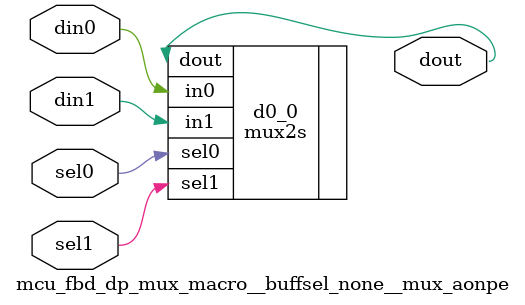
<source format=v>
module mcu_fbd_dp (
  fbd_data, 
  fbd_elect_idle, 
  fbd_frame_lock, 
  fbd_testfail, 
  fsr_data, 
  fsr_stsrx_losdtct, 
  fsr_stsrx_sync, 
  fsr_stsrx_testfail, 
  fsr_rxbclk, 
  fdout_frame_lock, 
  fbdic_enable_sync_count, 
  fdout_rptr0, 
  fdout_rptr1, 
  fdout_rptr2, 
  fdout_rptr3, 
  fdout_rptr4, 
  fdout_rptr5, 
  fdout_rptr6, 
  fdout_rptr7, 
  fdout_rptr8, 
  fdout_rptr9, 
  fdout_rptr10, 
  fdout_rptr11, 
  fdout_rptr12, 
  fdout_rptr13, 
  drl2clk, 
  tcu_pce_ov, 
  tcu_aclk, 
  tcu_bclk, 
  tcu_scan_en, 
  scan_in, 
  scan_out, 
  tcu_mcu_fbd_clk_stop, 
  tcu_mcu_testmode, 
  tcu_atpg_mode);
wire rdbuf0_scanin;
wire rdbuf0_scanout;
wire rdbuf1_scanin;
wire rdbuf1_scanout;
wire rdbuf2_scanin;
wire rdbuf2_scanout;
wire rdbuf3_scanin;
wire rdbuf3_scanout;
wire rdbuf4_scanin;
wire rdbuf4_scanout;
wire rdbuf5_scanin;
wire rdbuf5_scanout;
wire rdbuf6_scanin;
wire rdbuf6_scanout;
wire rdbuf7_scanin;
wire rdbuf7_scanout;
wire rdbuf8_scanin;
wire rdbuf8_scanout;
wire rdbuf9_scanin;
wire rdbuf9_scanout;
wire rdbuf10_scanin;
wire rdbuf10_scanout;
wire rdbuf11_scanin;
wire rdbuf11_scanout;
wire rdbuf12_scanin;
wire rdbuf12_scanout;
wire rdbuf13_scanin;
wire rdbuf13_scanout;


output [167:0]	fbd_data;
output [13:0]	fbd_elect_idle;
output [13:0]	fbd_frame_lock;
output [13:0]	fbd_testfail;

input [167:0]	fsr_data;
input [13:0]	fsr_stsrx_losdtct;
input [13:0]	fsr_stsrx_sync;
input [13:0]	fsr_stsrx_testfail;
input [13:0]	fsr_rxbclk;
input [13:0]	fdout_frame_lock;

input		fbdic_enable_sync_count;

input	[1:0]	fdout_rptr0;
input	[1:0]	fdout_rptr1;
input	[1:0]	fdout_rptr2;
input	[1:0]	fdout_rptr3;
input	[1:0]	fdout_rptr4;
input	[1:0]	fdout_rptr5;
input	[1:0]	fdout_rptr6;
input	[1:0]	fdout_rptr7;
input	[1:0]	fdout_rptr8;
input	[1:0]	fdout_rptr9;
input	[1:0]	fdout_rptr10;
input	[1:0]	fdout_rptr11;
input	[1:0]	fdout_rptr12;
input	[1:0]	fdout_rptr13;

input		drl2clk;
input		tcu_pce_ov;
input           tcu_aclk;
input           tcu_bclk;
input		tcu_scan_en;
input 		scan_in;
output		scan_out;

input		tcu_mcu_fbd_clk_stop;
input		tcu_mcu_testmode;
input		tcu_atpg_mode;

// Northbound SERDES

mcu_frdbuf_dp frdbuf0 (
	.scan_in(rdbuf0_scanin),
	.scan_out(rdbuf0_scanout),
	.drl2clk(drl2clk),
	.rxbclk(fsr_rxbclk[0]),
	.fsr_data(fsr_data[11:0]),
 	.fsr_stsrx_sync(fsr_stsrx_sync[0]),
	.fsr_stsrx_losdtct(fsr_stsrx_losdtct[0]),
	.fsr_stsrx_testfail(fsr_stsrx_testfail[0]),
	.frdbuf_testfail_sync(fbd_testfail[0]),
 	.frdbuf_data(fbd_data[11:0]),
	.frdbuf_elect_idle_sync(fbd_elect_idle[0]),
	.frdbuf_frame_lock(fbd_frame_lock[0]),
	.fdout_frame_lock(fdout_frame_lock[0]),
	.fdout_rptr(fdout_rptr0[1:0]),
  .fbdic_enable_sync_count(fbdic_enable_sync_count),
  .tcu_pce_ov(tcu_pce_ov),
  .tcu_aclk(tcu_aclk),
  .tcu_bclk(tcu_bclk),
  .tcu_scan_en(tcu_scan_en),
  .tcu_mcu_fbd_clk_stop(tcu_mcu_fbd_clk_stop),
  .tcu_mcu_testmode(tcu_mcu_testmode),
  .tcu_atpg_mode(tcu_atpg_mode)
);

mcu_frdbuf_dp frdbuf1 (
	.scan_in(rdbuf1_scanin),
	.scan_out(rdbuf1_scanout),
	.drl2clk(drl2clk),
	.rxbclk(fsr_rxbclk[1]),
	.fsr_data(fsr_data[23:12]),
 	.fsr_stsrx_sync(fsr_stsrx_sync[1]),
	.fsr_stsrx_losdtct(fsr_stsrx_losdtct[1]),
	.fsr_stsrx_testfail(fsr_stsrx_testfail[1]),
	.frdbuf_testfail_sync(fbd_testfail[1]),
 	.frdbuf_data(fbd_data[23:12]),
	.frdbuf_elect_idle_sync(fbd_elect_idle[1]),
	.frdbuf_frame_lock(fbd_frame_lock[1]),
	.fdout_frame_lock(fdout_frame_lock[1]),
	.fdout_rptr(fdout_rptr1[1:0]),
  .fbdic_enable_sync_count(fbdic_enable_sync_count),
  .tcu_pce_ov(tcu_pce_ov),
  .tcu_aclk(tcu_aclk),
  .tcu_bclk(tcu_bclk),
  .tcu_scan_en(tcu_scan_en),
  .tcu_mcu_fbd_clk_stop(tcu_mcu_fbd_clk_stop),
  .tcu_mcu_testmode(tcu_mcu_testmode),
  .tcu_atpg_mode(tcu_atpg_mode)
);

mcu_frdbuf_dp frdbuf2 (
	.scan_in(rdbuf2_scanin),
	.scan_out(rdbuf2_scanout),
	.drl2clk(drl2clk),
	.rxbclk(fsr_rxbclk[2]),
	.fsr_data(fsr_data[35:24]),
 	.fsr_stsrx_sync(fsr_stsrx_sync[2]),
	.fsr_stsrx_losdtct(fsr_stsrx_losdtct[2]),
	.fsr_stsrx_testfail(fsr_stsrx_testfail[2]),
	.frdbuf_testfail_sync(fbd_testfail[2]),
 	.frdbuf_data(fbd_data[35:24]),
	.frdbuf_elect_idle_sync(fbd_elect_idle[2]),
	.frdbuf_frame_lock(fbd_frame_lock[2]),
	.fdout_frame_lock(fdout_frame_lock[2]),
	.fdout_rptr(fdout_rptr2[1:0]),
  .fbdic_enable_sync_count(fbdic_enable_sync_count),
  .tcu_pce_ov(tcu_pce_ov),
  .tcu_aclk(tcu_aclk),
  .tcu_bclk(tcu_bclk),
  .tcu_scan_en(tcu_scan_en),
  .tcu_mcu_fbd_clk_stop(tcu_mcu_fbd_clk_stop),
  .tcu_mcu_testmode(tcu_mcu_testmode),
  .tcu_atpg_mode(tcu_atpg_mode)
);

mcu_frdbuf_dp frdbuf3 (
	.scan_in(rdbuf3_scanin),
	.scan_out(rdbuf3_scanout),
	.drl2clk(drl2clk),
	.rxbclk(fsr_rxbclk[3]),
	.fsr_data(fsr_data[47:36]),
 	.fsr_stsrx_sync(fsr_stsrx_sync[3]),
	.fsr_stsrx_losdtct(fsr_stsrx_losdtct[3]),
	.fsr_stsrx_testfail(fsr_stsrx_testfail[3]),
	.frdbuf_testfail_sync(fbd_testfail[3]),
 	.frdbuf_data(fbd_data[47:36]),
	.frdbuf_elect_idle_sync(fbd_elect_idle[3]),
	.frdbuf_frame_lock(fbd_frame_lock[3]),
	.fdout_frame_lock(fdout_frame_lock[3]),
	.fdout_rptr(fdout_rptr3[1:0]),
  .fbdic_enable_sync_count(fbdic_enable_sync_count),
  .tcu_pce_ov(tcu_pce_ov),
  .tcu_aclk(tcu_aclk),
  .tcu_bclk(tcu_bclk),
  .tcu_scan_en(tcu_scan_en),
  .tcu_mcu_fbd_clk_stop(tcu_mcu_fbd_clk_stop),
  .tcu_mcu_testmode(tcu_mcu_testmode),
  .tcu_atpg_mode(tcu_atpg_mode)
);

mcu_frdbuf_dp frdbuf4 (
	.scan_in(rdbuf4_scanin),
	.scan_out(rdbuf4_scanout),
	.drl2clk(drl2clk),
	.rxbclk(fsr_rxbclk[4]),
	.fsr_data(fsr_data[59:48]),
 	.fsr_stsrx_sync(fsr_stsrx_sync[4]),
	.fsr_stsrx_losdtct(fsr_stsrx_losdtct[4]),
	.fsr_stsrx_testfail(fsr_stsrx_testfail[4]),
	.frdbuf_testfail_sync(fbd_testfail[4]),
 	.frdbuf_data(fbd_data[59:48]),
	.frdbuf_elect_idle_sync(fbd_elect_idle[4]),
	.frdbuf_frame_lock(fbd_frame_lock[4]),
	.fdout_frame_lock(fdout_frame_lock[4]),
	.fdout_rptr(fdout_rptr4[1:0]),
  .fbdic_enable_sync_count(fbdic_enable_sync_count),
  .tcu_pce_ov(tcu_pce_ov),
  .tcu_aclk(tcu_aclk),
  .tcu_bclk(tcu_bclk),
  .tcu_scan_en(tcu_scan_en),
  .tcu_mcu_fbd_clk_stop(tcu_mcu_fbd_clk_stop),
  .tcu_mcu_testmode(tcu_mcu_testmode),
  .tcu_atpg_mode(tcu_atpg_mode)
);

mcu_frdbuf_dp frdbuf5 (
	.scan_in(rdbuf5_scanin),
	.scan_out(rdbuf5_scanout),
	.drl2clk(drl2clk),
	.rxbclk(fsr_rxbclk[5]),
	.fsr_data(fsr_data[71:60]),
 	.fsr_stsrx_sync(fsr_stsrx_sync[5]),
	.fsr_stsrx_losdtct(fsr_stsrx_losdtct[5]),
	.fsr_stsrx_testfail(fsr_stsrx_testfail[5]),
	.frdbuf_testfail_sync(fbd_testfail[5]),
 	.frdbuf_data(fbd_data[71:60]),
	.frdbuf_elect_idle_sync(fbd_elect_idle[5]),
	.frdbuf_frame_lock(fbd_frame_lock[5]),
	.fdout_frame_lock(fdout_frame_lock[5]),
	.fdout_rptr(fdout_rptr5[1:0]),
  .fbdic_enable_sync_count(fbdic_enable_sync_count),
  .tcu_pce_ov(tcu_pce_ov),
  .tcu_aclk(tcu_aclk),
  .tcu_bclk(tcu_bclk),
  .tcu_scan_en(tcu_scan_en),
  .tcu_mcu_fbd_clk_stop(tcu_mcu_fbd_clk_stop),
  .tcu_mcu_testmode(tcu_mcu_testmode),
  .tcu_atpg_mode(tcu_atpg_mode)
);

mcu_frdbuf_dp frdbuf6 (
	.scan_in(rdbuf6_scanin),
	.scan_out(rdbuf6_scanout),
	.drl2clk(drl2clk),
	.rxbclk(fsr_rxbclk[6]),
	.fsr_data(fsr_data[83:72]),
 	.fsr_stsrx_sync(fsr_stsrx_sync[6]),
	.fsr_stsrx_losdtct(fsr_stsrx_losdtct[6]),
	.fsr_stsrx_testfail(fsr_stsrx_testfail[6]),
	.frdbuf_testfail_sync(fbd_testfail[6]),
 	.frdbuf_data(fbd_data[83:72]),
	.frdbuf_elect_idle_sync(fbd_elect_idle[6]),
	.frdbuf_frame_lock(fbd_frame_lock[6]),
	.fdout_frame_lock(fdout_frame_lock[6]),
	.fdout_rptr(fdout_rptr6[1:0]),
  .fbdic_enable_sync_count(fbdic_enable_sync_count),
  .tcu_pce_ov(tcu_pce_ov),
  .tcu_aclk(tcu_aclk),
  .tcu_bclk(tcu_bclk),
  .tcu_scan_en(tcu_scan_en),
  .tcu_mcu_fbd_clk_stop(tcu_mcu_fbd_clk_stop),
  .tcu_mcu_testmode(tcu_mcu_testmode),
  .tcu_atpg_mode(tcu_atpg_mode)
);

mcu_frdbuf_dp frdbuf7 (
	.scan_in(rdbuf7_scanin),
	.scan_out(rdbuf7_scanout),
	.drl2clk(drl2clk),
	.rxbclk(fsr_rxbclk[7]),
	.fsr_data(fsr_data[95:84]),
 	.fsr_stsrx_sync(fsr_stsrx_sync[7]),
	.fsr_stsrx_losdtct(fsr_stsrx_losdtct[7]),
 	.fsr_stsrx_testfail(fsr_stsrx_testfail[7]),
	.frdbuf_testfail_sync(fbd_testfail[7]),
	.frdbuf_data(fbd_data[95:84]),
	.frdbuf_elect_idle_sync(fbd_elect_idle[7]),
	.frdbuf_frame_lock(fbd_frame_lock[7]),
	.fdout_frame_lock(fdout_frame_lock[7]),
	.fdout_rptr(fdout_rptr7[1:0]),
  .fbdic_enable_sync_count(fbdic_enable_sync_count),
  .tcu_pce_ov(tcu_pce_ov),
  .tcu_aclk(tcu_aclk),
  .tcu_bclk(tcu_bclk),
  .tcu_scan_en(tcu_scan_en),
  .tcu_mcu_fbd_clk_stop(tcu_mcu_fbd_clk_stop),
  .tcu_mcu_testmode(tcu_mcu_testmode),
  .tcu_atpg_mode(tcu_atpg_mode)
);

mcu_frdbuf_dp frdbuf8 (
	.scan_in(rdbuf8_scanin),
	.scan_out(rdbuf8_scanout),
	.drl2clk(drl2clk),
	.rxbclk(fsr_rxbclk[8]),
	.fsr_data(fsr_data[107:96]),
 	.fsr_stsrx_sync(fsr_stsrx_sync[8]),
	.fsr_stsrx_losdtct(fsr_stsrx_losdtct[8]),
	.fsr_stsrx_testfail(fsr_stsrx_testfail[8]),
	.frdbuf_testfail_sync(fbd_testfail[8]),
 	.frdbuf_data(fbd_data[107:96]),
	.frdbuf_elect_idle_sync(fbd_elect_idle[8]),
	.frdbuf_frame_lock(fbd_frame_lock[8]),
	.fdout_frame_lock(fdout_frame_lock[8]),
	.fdout_rptr(fdout_rptr8[1:0]),
  .fbdic_enable_sync_count(fbdic_enable_sync_count),
  .tcu_pce_ov(tcu_pce_ov),
  .tcu_aclk(tcu_aclk),
  .tcu_bclk(tcu_bclk),
  .tcu_scan_en(tcu_scan_en),
  .tcu_mcu_fbd_clk_stop(tcu_mcu_fbd_clk_stop),
  .tcu_mcu_testmode(tcu_mcu_testmode),
  .tcu_atpg_mode(tcu_atpg_mode)
);

mcu_frdbuf_dp frdbuf9 (
	.scan_in(rdbuf9_scanin),
	.scan_out(rdbuf9_scanout),
	.drl2clk(drl2clk),
	.rxbclk(fsr_rxbclk[9]),
	.fsr_data(fsr_data[119:108]),
 	.fsr_stsrx_sync(fsr_stsrx_sync[9]),
	.fsr_stsrx_losdtct(fsr_stsrx_losdtct[9]),
	.fsr_stsrx_testfail(fsr_stsrx_testfail[9]),
	.frdbuf_testfail_sync(fbd_testfail[9]),
 	.frdbuf_data(fbd_data[119:108]),
	.frdbuf_elect_idle_sync(fbd_elect_idle[9]),
	.frdbuf_frame_lock(fbd_frame_lock[9]),
	.fdout_frame_lock(fdout_frame_lock[9]),
	.fdout_rptr(fdout_rptr9[1:0]),
  .fbdic_enable_sync_count(fbdic_enable_sync_count),
  .tcu_pce_ov(tcu_pce_ov),
  .tcu_aclk(tcu_aclk),
  .tcu_bclk(tcu_bclk),
  .tcu_scan_en(tcu_scan_en),
  .tcu_mcu_fbd_clk_stop(tcu_mcu_fbd_clk_stop),
  .tcu_mcu_testmode(tcu_mcu_testmode),
  .tcu_atpg_mode(tcu_atpg_mode)
);

mcu_frdbuf_dp frdbuf10 (
	.scan_in(rdbuf10_scanin),
	.scan_out(rdbuf10_scanout),
	.drl2clk(drl2clk),
	.rxbclk(fsr_rxbclk[10]),
	.fsr_data(fsr_data[131:120]),
 	.fsr_stsrx_sync(fsr_stsrx_sync[10]),
	.fsr_stsrx_losdtct(fsr_stsrx_losdtct[10]),
	.fsr_stsrx_testfail(fsr_stsrx_testfail[10]),
	.frdbuf_testfail_sync(fbd_testfail[10]),
 	.frdbuf_data(fbd_data[131:120]),
	.frdbuf_elect_idle_sync(fbd_elect_idle[10]),
	.frdbuf_frame_lock(fbd_frame_lock[10]),
	.fdout_frame_lock(fdout_frame_lock[10]),
	.fdout_rptr(fdout_rptr10[1:0]),
  .fbdic_enable_sync_count(fbdic_enable_sync_count),
  .tcu_pce_ov(tcu_pce_ov),
  .tcu_aclk(tcu_aclk),
  .tcu_bclk(tcu_bclk),
  .tcu_scan_en(tcu_scan_en),
  .tcu_mcu_fbd_clk_stop(tcu_mcu_fbd_clk_stop),
  .tcu_mcu_testmode(tcu_mcu_testmode),
  .tcu_atpg_mode(tcu_atpg_mode)
);

mcu_frdbuf_dp frdbuf11 (
	.scan_in(rdbuf11_scanin),
	.scan_out(rdbuf11_scanout),
	.drl2clk(drl2clk),
	.rxbclk(fsr_rxbclk[11]),
	.fsr_data(fsr_data[143:132]),
 	.fsr_stsrx_sync(fsr_stsrx_sync[11]),
	.fsr_stsrx_losdtct(fsr_stsrx_losdtct[11]),
	.fsr_stsrx_testfail(fsr_stsrx_testfail[11]),
	.frdbuf_testfail_sync(fbd_testfail[11]),
 	.frdbuf_data(fbd_data[143:132]),
	.frdbuf_elect_idle_sync(fbd_elect_idle[11]),
	.frdbuf_frame_lock(fbd_frame_lock[11]),
	.fdout_frame_lock(fdout_frame_lock[11]),
	.fdout_rptr(fdout_rptr11[1:0]),
  .fbdic_enable_sync_count(fbdic_enable_sync_count),
  .tcu_pce_ov(tcu_pce_ov),
  .tcu_aclk(tcu_aclk),
  .tcu_bclk(tcu_bclk),
  .tcu_scan_en(tcu_scan_en),
  .tcu_mcu_fbd_clk_stop(tcu_mcu_fbd_clk_stop),
  .tcu_mcu_testmode(tcu_mcu_testmode),
  .tcu_atpg_mode(tcu_atpg_mode)
);

mcu_frdbuf_dp frdbuf12 (
	.scan_in(rdbuf12_scanin),
	.scan_out(rdbuf12_scanout),
	.drl2clk(drl2clk),
	.rxbclk(fsr_rxbclk[12]),
	.fsr_data(fsr_data[155:144]),
 	.fsr_stsrx_sync(fsr_stsrx_sync[12]),
	.fsr_stsrx_losdtct(fsr_stsrx_losdtct[12]),
	.fsr_stsrx_testfail(fsr_stsrx_testfail[12]),
	.frdbuf_testfail_sync(fbd_testfail[12]),
 	.frdbuf_data(fbd_data[155:144]),
	.frdbuf_elect_idle_sync(fbd_elect_idle[12]),
	.frdbuf_frame_lock(fbd_frame_lock[12]),
	.fdout_frame_lock(fdout_frame_lock[12]),
	.fdout_rptr(fdout_rptr12[1:0]),
  .fbdic_enable_sync_count(fbdic_enable_sync_count),
  .tcu_pce_ov(tcu_pce_ov),
  .tcu_aclk(tcu_aclk),
  .tcu_bclk(tcu_bclk),
  .tcu_scan_en(tcu_scan_en),
  .tcu_mcu_fbd_clk_stop(tcu_mcu_fbd_clk_stop),
  .tcu_mcu_testmode(tcu_mcu_testmode),
  .tcu_atpg_mode(tcu_atpg_mode)
);

mcu_frdbuf_dp frdbuf13 (
	.scan_in(rdbuf13_scanin),
	.scan_out(rdbuf13_scanout),
	.drl2clk(drl2clk),
	.rxbclk(fsr_rxbclk[13]),
	.fsr_data(fsr_data[167:156]),
 	.fsr_stsrx_sync(fsr_stsrx_sync[13]),
	.fsr_stsrx_losdtct(fsr_stsrx_losdtct[13]),
	.fsr_stsrx_testfail(fsr_stsrx_testfail[13]),
	.frdbuf_testfail_sync(fbd_testfail[13]),
 	.frdbuf_data(fbd_data[167:156]),
	.frdbuf_elect_idle_sync(fbd_elect_idle[13]),
	.frdbuf_frame_lock(fbd_frame_lock[13]),
	.fdout_frame_lock(fdout_frame_lock[13]),
	.fdout_rptr(fdout_rptr13[1:0]),
  .fbdic_enable_sync_count(fbdic_enable_sync_count),
  .tcu_pce_ov(tcu_pce_ov),
  .tcu_aclk(tcu_aclk),
  .tcu_bclk(tcu_bclk),
  .tcu_scan_en(tcu_scan_en),
  .tcu_mcu_fbd_clk_stop(tcu_mcu_fbd_clk_stop),
  .tcu_mcu_testmode(tcu_mcu_testmode),
  .tcu_atpg_mode(tcu_atpg_mode)
);

// fixscan start:
assign rdbuf0_scanin             = scan_in                  ;
assign rdbuf1_scanin             = rdbuf0_scanout           ;
assign rdbuf2_scanin             = rdbuf1_scanout           ;
assign rdbuf3_scanin             = rdbuf2_scanout           ;
assign rdbuf4_scanin             = rdbuf3_scanout           ;
assign rdbuf5_scanin             = rdbuf4_scanout           ;
assign rdbuf6_scanin             = rdbuf5_scanout           ;
assign rdbuf7_scanin             = rdbuf6_scanout           ;
assign rdbuf8_scanin             = rdbuf7_scanout           ;
assign rdbuf9_scanin             = rdbuf8_scanout           ;
assign rdbuf10_scanin            = rdbuf9_scanout           ;
assign rdbuf11_scanin            = rdbuf10_scanout          ;
assign rdbuf12_scanin            = rdbuf11_scanout          ;
assign rdbuf13_scanin            = rdbuf12_scanout          ;
assign scan_out                  = rdbuf13_scanout          ;
// fixscan end:
endmodule


//  
//   and macro for ports = 2,3,4
//
//





module mcu_fbd_dp_and_macro (
  din0, 
  din1, 
  dout);
  input [0:0] din0;
  input [0:0] din1;
  output [0:0] dout;






and2 #(1)  d0_0 (
.in0(din0[0:0]),
.in1(din1[0:0]),
.out(dout[0:0])
);









endmodule









// any PARAMS parms go into naming of macro

module mcu_fbd_dp_msff_macro__stack_11r__width_4 (
  din, 
  clk, 
  en, 
  se, 
  scan_in, 
  siclk, 
  soclk, 
  pce_ov, 
  stop, 
  dout, 
  scan_out);
wire l1clk;
wire siclk_out;
wire soclk_out;
wire [2:0] so;

  input [3:0] din;


  input clk;
  input en;
  input se;
  input scan_in;
  input siclk;
  input soclk;
  input pce_ov;
  input stop;



  output [3:0] dout;


  output scan_out;




cl_dp1_l1hdr_8x c0_0 (
.l2clk(clk),
.pce(en),
.aclk(siclk),
.bclk(soclk),
.l1clk(l1clk),
  .se(se),
  .pce_ov(pce_ov),
  .stop(stop),
  .siclk_out(siclk_out),
  .soclk_out(soclk_out)
);
dff #(4)  d0_0 (
.l1clk(l1clk),
.siclk(siclk_out),
.soclk(soclk_out),
.d(din[3:0]),
.si({scan_in,so[2:0]}),
.so({so[2:0],scan_out}),
.q(dout[3:0])
);




















endmodule









//
//   invert macro
//
//





module mcu_fbd_dp_inv_macro (
  din, 
  dout);
  input [0:0] din;
  output [0:0] dout;






inv #(1)  d0_0 (
.in(din[0:0]),
.out(dout[0:0])
);









endmodule





//
//   nor macro for ports = 2,3
//
//





module mcu_fbd_dp_nor_macro (
  din0, 
  din1, 
  dout);
  input [0:0] din0;
  input [0:0] din1;
  output [0:0] dout;






nor2 #(1)  d0_0 (
.in0(din0[0:0]),
.in1(din1[0:0]),
.out(dout[0:0])
);







endmodule





//
//   buff macro
//
//





module mcu_fbd_dp_buff_macro__minbuff_1__stack_12r__width_12 (
  din, 
  dout);
  input [11:0] din;
  output [11:0] dout;






buff #(12)  d0_0 (
.in(din[11:0]),
.out(dout[11:0])
);








endmodule





//
//   increment macro 
//
//





module mcu_fbd_dp_increment_macro__width_4 (
  din, 
  cin, 
  dout, 
  cout);
  input [3:0] din;
  input cin;
  output [3:0] dout;
  output cout;






incr #(4)  m0_0 (
.cin(cin),
.in(din[3:0]),
.out(dout[3:0]),
.cout(cout)
);











endmodule





//  
//   and macro for ports = 2,3,4
//
//





module mcu_fbd_dp_and_macro__ports_3__width_4 (
  din0, 
  din1, 
  din2, 
  dout);
  input [3:0] din0;
  input [3:0] din1;
  input [3:0] din2;
  output [3:0] dout;






and3 #(4)  d0_0 (
.in0(din0[3:0]),
.in1(din1[3:0]),
.in2(din2[3:0]),
.out(dout[3:0])
);









endmodule





//  
//   or macro for ports = 2,3
//
//





module mcu_fbd_dp_or_macro__ports_2__width_1 (
  din0, 
  din1, 
  dout);
  input [0:0] din0;
  input [0:0] din1;
  output [0:0] dout;






or2 #(1)  d0_0 (
.in0(din0[0:0]),
.in1(din1[0:0]),
.out(dout[0:0])
);









endmodule





//
//   invert macro
//
//





module mcu_fbd_dp_inv_macro__width_1 (
  din, 
  dout);
  input [0:0] din;
  output [0:0] dout;






inv #(1)  d0_0 (
.in(din[0:0]),
.out(dout[0:0])
);









endmodule





//  
//   and macro for ports = 2,3,4
//
//





module mcu_fbd_dp_and_macro__ports_2__width_1 (
  din0, 
  din1, 
  dout);
  input [0:0] din0;
  input [0:0] din1;
  output [0:0] dout;






and2 #(1)  d0_0 (
.in0(din0[0:0]),
.in1(din1[0:0]),
.out(dout[0:0])
);









endmodule





//
//   invert macro
//
//





module mcu_fbd_dp_inv_macro__width_2 (
  din, 
  dout);
  input [1:0] din;
  output [1:0] dout;






inv #(2)  d0_0 (
.in(din[1:0]),
.out(dout[1:0])
);









endmodule





//  
//   and macro for ports = 2,3,4
//
//





module mcu_fbd_dp_and_macro__width_2 (
  din0, 
  din1, 
  dout);
  input [1:0] din0;
  input [1:0] din1;
  output [1:0] dout;






and2 #(2)  d0_0 (
.in0(din0[1:0]),
.in1(din1[1:0]),
.out(dout[1:0])
);









endmodule





//
//   nor macro for ports = 2,3
//
//





module mcu_fbd_dp_nor_macro__ports_3__width_1 (
  din0, 
  din1, 
  din2, 
  dout);
  input [0:0] din0;
  input [0:0] din1;
  input [0:0] din2;
  output [0:0] dout;






nor3 #(1)  d0_0 (
.in0(din0[0:0]),
.in1(din1[0:0]),
.in2(din2[0:0]),
.out(dout[0:0])
);







endmodule









// any PARAMS parms go into naming of macro

module mcu_fbd_dp_msff_macro__stack_12r__width_12 (
  din, 
  clk, 
  en, 
  se, 
  scan_in, 
  siclk, 
  soclk, 
  pce_ov, 
  stop, 
  dout, 
  scan_out);
wire l1clk;
wire siclk_out;
wire soclk_out;
wire [10:0] so;

  input [11:0] din;


  input clk;
  input en;
  input se;
  input scan_in;
  input siclk;
  input soclk;
  input pce_ov;
  input stop;



  output [11:0] dout;


  output scan_out;




cl_dp1_l1hdr_8x c0_0 (
.l2clk(clk),
.pce(en),
.aclk(siclk),
.bclk(soclk),
.l1clk(l1clk),
  .se(se),
  .pce_ov(pce_ov),
  .stop(stop),
  .siclk_out(siclk_out),
  .soclk_out(soclk_out)
);
dff #(12)  d0_0 (
.l1clk(l1clk),
.siclk(siclk_out),
.soclk(soclk_out),
.d(din[11:0]),
.si({scan_in,so[10:0]}),
.so({so[10:0],scan_out}),
.q(dout[11:0])
);




















endmodule













// any PARAMS parms go into naming of macro

module mcu_fbd_dp_msff_macro__stack_12r__width_4 (
  din, 
  clk, 
  en, 
  se, 
  scan_in, 
  siclk, 
  soclk, 
  pce_ov, 
  stop, 
  dout, 
  scan_out);
wire l1clk;
wire siclk_out;
wire soclk_out;
wire [2:0] so;

  input [3:0] din;


  input clk;
  input en;
  input se;
  input scan_in;
  input siclk;
  input soclk;
  input pce_ov;
  input stop;



  output [3:0] dout;


  output scan_out;




cl_dp1_l1hdr_8x c0_0 (
.l2clk(clk),
.pce(en),
.aclk(siclk),
.bclk(soclk),
.l1clk(l1clk),
  .se(se),
  .pce_ov(pce_ov),
  .stop(stop),
  .siclk_out(siclk_out),
  .soclk_out(soclk_out)
);
dff #(4)  d0_0 (
.l1clk(l1clk),
.siclk(siclk_out),
.soclk(soclk_out),
.d(din[3:0]),
.si({scan_in,so[2:0]}),
.so({so[2:0],scan_out}),
.q(dout[3:0])
);




















endmodule









//
//   nor macro for ports = 2,3
//
//





module mcu_fbd_dp_nor_macro__ports_2__width_1 (
  din0, 
  din1, 
  dout);
  input [0:0] din0;
  input [0:0] din1;
  output [0:0] dout;






nor2 #(1)  d0_0 (
.in0(din0[0:0]),
.in1(din1[0:0]),
.out(dout[0:0])
);







endmodule









// any PARAMS parms go into naming of macro

module mcu_fbd_dp_msff_macro__mux_aonpe__ports_4__stack_12r__width_12 (
  din0, 
  sel0, 
  din1, 
  sel1, 
  din2, 
  sel2, 
  din3, 
  sel3, 
  clk, 
  en, 
  se, 
  scan_in, 
  siclk, 
  soclk, 
  pce_ov, 
  stop, 
  dout, 
  scan_out);
wire buffout0;
wire buffout1;
wire buffout2;
wire buffout3;
wire [11:0] muxout;
wire l1clk;
wire siclk_out;
wire soclk_out;
wire [10:0] so;

  input [11:0] din0;
  input sel0;
  input [11:0] din1;
  input sel1;
  input [11:0] din2;
  input sel2;
  input [11:0] din3;
  input sel3;


  input clk;
  input en;
  input se;
  input scan_in;
  input siclk;
  input soclk;
  input pce_ov;
  input stop;



  output [11:0] dout;


  output scan_out;




cl_dp1_muxbuff4_8x  c1_0 (
 .in0(sel0),
 .in1(sel1),
 .in2(sel2),
 .in3(sel3),
 .out0(buffout0),
 .out1(buffout1),
 .out2(buffout2),
 .out3(buffout3)
);
mux4s #(12)  d1_0 (
  .sel0(buffout0),
  .sel1(buffout1),
  .sel2(buffout2),
  .sel3(buffout3),
  .in0(din0[11:0]),
  .in1(din1[11:0]),
  .in2(din2[11:0]),
  .in3(din3[11:0]),
.dout(muxout[11:0])
);
cl_dp1_l1hdr_8x c0_0 (
.l2clk(clk),
.pce(en),
.aclk(siclk),
.bclk(soclk),
.l1clk(l1clk),
  .se(se),
  .pce_ov(pce_ov),
  .stop(stop),
  .siclk_out(siclk_out),
  .soclk_out(soclk_out)
);
dff #(12)  d0_0 (
.l1clk(l1clk),
.siclk(siclk_out),
.soclk(soclk_out),
.d(muxout[11:0]),
.si({scan_in,so[10:0]}),
.so({so[10:0],scan_out}),
.q(dout[11:0])
);




















endmodule









// general mux macro for pass-gate and and-or muxes with/wout priority encoders
// also for pass-gate with decoder





// any PARAMS parms go into naming of macro

module mcu_fbd_dp_mux_macro__buffsel_none__mux_aonpe (
  din0, 
  sel0, 
  din1, 
  sel1, 
  dout);
  input [0:0] din0;
  input sel0;
  input [0:0] din1;
  input sel1;
  output [0:0] dout;





mux2s #(1)  d0_0 (
  .sel0(sel0),
  .sel1(sel1),
  .in0(din0[0:0]),
  .in1(din1[0:0]),
.dout(dout[0:0])
);









  



endmodule


</source>
